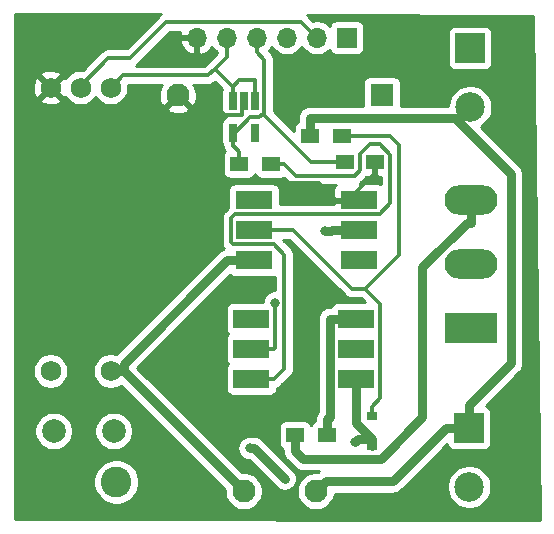
<source format=gbl>
G04 #@! TF.GenerationSoftware,KiCad,Pcbnew,5.1.7-a382d34a8~88~ubuntu18.04.1*
G04 #@! TF.CreationDate,2021-08-09T13:16:33+05:30*
G04 #@! TF.ProjectId,BackEnd_HeavyDevice_v3,4261636b-456e-4645-9f48-656176794465,rev?*
G04 #@! TF.SameCoordinates,Original*
G04 #@! TF.FileFunction,Copper,L2,Bot*
G04 #@! TF.FilePolarity,Positive*
%FSLAX46Y46*%
G04 Gerber Fmt 4.6, Leading zero omitted, Abs format (unit mm)*
G04 Created by KiCad (PCBNEW 5.1.7-a382d34a8~88~ubuntu18.04.1) date 2021-08-09 13:16:33*
%MOMM*%
%LPD*%
G01*
G04 APERTURE LIST*
G04 #@! TA.AperFunction,ComponentPad*
%ADD10C,2.600000*%
G04 #@! TD*
G04 #@! TA.AperFunction,SMDPad,CuDef*
%ADD11R,0.900000X0.800000*%
G04 #@! TD*
G04 #@! TA.AperFunction,ComponentPad*
%ADD12C,1.750000*%
G04 #@! TD*
G04 #@! TA.AperFunction,ComponentPad*
%ADD13C,1.950000*%
G04 #@! TD*
G04 #@! TA.AperFunction,ComponentPad*
%ADD14R,1.950000X1.950000*%
G04 #@! TD*
G04 #@! TA.AperFunction,SMDPad,CuDef*
%ADD15R,1.500000X1.250000*%
G04 #@! TD*
G04 #@! TA.AperFunction,ComponentPad*
%ADD16C,2.000000*%
G04 #@! TD*
G04 #@! TA.AperFunction,ComponentPad*
%ADD17C,2.500000*%
G04 #@! TD*
G04 #@! TA.AperFunction,ComponentPad*
%ADD18R,2.500000X2.500000*%
G04 #@! TD*
G04 #@! TA.AperFunction,ComponentPad*
%ADD19O,4.500000X2.500000*%
G04 #@! TD*
G04 #@! TA.AperFunction,ComponentPad*
%ADD20R,4.500000X2.500000*%
G04 #@! TD*
G04 #@! TA.AperFunction,SMDPad,CuDef*
%ADD21R,1.500000X1.300000*%
G04 #@! TD*
G04 #@! TA.AperFunction,SMDPad,CuDef*
%ADD22R,3.100000X1.600000*%
G04 #@! TD*
G04 #@! TA.AperFunction,SMDPad,CuDef*
%ADD23R,0.650000X1.560000*%
G04 #@! TD*
G04 #@! TA.AperFunction,ComponentPad*
%ADD24R,1.700000X1.700000*%
G04 #@! TD*
G04 #@! TA.AperFunction,ComponentPad*
%ADD25O,1.700000X1.700000*%
G04 #@! TD*
G04 #@! TA.AperFunction,ViaPad*
%ADD26C,0.800000*%
G04 #@! TD*
G04 #@! TA.AperFunction,Conductor*
%ADD27C,0.350000*%
G04 #@! TD*
G04 #@! TA.AperFunction,Conductor*
%ADD28C,0.800000*%
G04 #@! TD*
G04 #@! TA.AperFunction,Conductor*
%ADD29C,0.254000*%
G04 #@! TD*
G04 #@! TA.AperFunction,Conductor*
%ADD30C,0.100000*%
G04 #@! TD*
G04 APERTURE END LIST*
D10*
X116500000Y-132400000D03*
D11*
X138136000Y-129344000D03*
X138136000Y-126804000D03*
D12*
X110934000Y-99019000D03*
X116014000Y-99019000D03*
X113474000Y-99019000D03*
X110934000Y-123019000D03*
X116014000Y-123019000D03*
D13*
X133383000Y-133195000D03*
X121699000Y-99667000D03*
X127287000Y-133195000D03*
D14*
X138971000Y-99667000D03*
D15*
X135884000Y-105357000D03*
X138384000Y-105357000D03*
D16*
X111201200Y-128089820D03*
X116281200Y-128099820D03*
D17*
X146375000Y-132831000D03*
D18*
X146375000Y-127831000D03*
X146459000Y-95676700D03*
D17*
X146459000Y-100676700D03*
D19*
X146515000Y-108500000D03*
X146515000Y-113950000D03*
D20*
X146515000Y-119400000D03*
D21*
X135611000Y-103152000D03*
X132911000Y-103152000D03*
X126909000Y-105474000D03*
X129609000Y-105474000D03*
X131646000Y-128468000D03*
X134346000Y-128468000D03*
D22*
X128156000Y-113629000D03*
X137046000Y-108549000D03*
X128156000Y-111089000D03*
X137046000Y-111089000D03*
X128156000Y-108549000D03*
X137046000Y-113629000D03*
D23*
X126357000Y-102824000D03*
X128257000Y-102824000D03*
X128257000Y-100124000D03*
X127307000Y-100124000D03*
X126357000Y-100124000D03*
D22*
X136835000Y-123670000D03*
X127945000Y-118590000D03*
X136835000Y-121130000D03*
X127945000Y-121130000D03*
X136835000Y-118590000D03*
X127945000Y-123670000D03*
D24*
X136011000Y-94800400D03*
D25*
X133471000Y-94800400D03*
X130931000Y-94800400D03*
X128391000Y-94800400D03*
X125851000Y-94800400D03*
X123311000Y-94800400D03*
D26*
X134128500Y-111197500D03*
X136735820Y-129021840D03*
X129932000Y-117230900D03*
X127787400Y-129552700D03*
X130751580Y-132118100D03*
D27*
X124826100Y-97437800D02*
X126357000Y-98968700D01*
X124826100Y-97437800D02*
X125851000Y-96412900D01*
X125851000Y-96412900D02*
X125851000Y-96025700D01*
X126357000Y-100124000D02*
X126357000Y-98968700D01*
X125851000Y-94800400D02*
X125851000Y-96025700D01*
X126918480Y-98407220D02*
X126357000Y-98968700D01*
X128257000Y-100124000D02*
X128257000Y-98407220D01*
X128257000Y-98407220D02*
X126918480Y-98407220D01*
X124275780Y-97988120D02*
X124826100Y-97437800D01*
X116014000Y-99019000D02*
X117044880Y-97988120D01*
X117044880Y-97988120D02*
X124275780Y-97988120D01*
X138384000Y-105357000D02*
X138384000Y-106357300D01*
X136083400Y-108549000D02*
X138275100Y-106357300D01*
X138275100Y-106357300D02*
X138384000Y-106357300D01*
X137046000Y-108549000D02*
X136083400Y-108549000D01*
X121699000Y-99667000D02*
X123311300Y-101279300D01*
X123311300Y-101279300D02*
X125591100Y-101279300D01*
X125077220Y-101793180D02*
X125591100Y-101279300D01*
X125077220Y-106169460D02*
X125077220Y-101793180D01*
X126009400Y-107101640D02*
X125077220Y-106169460D01*
X133673340Y-107101640D02*
X126009400Y-107101640D01*
X136083400Y-108549000D02*
X135120700Y-108549000D01*
X135120700Y-108549000D02*
X133673340Y-107101640D01*
X127116840Y-100314160D02*
X127307000Y-100124000D01*
X127116840Y-101323140D02*
X127116840Y-100314160D01*
X125591100Y-101279300D02*
X125634940Y-101323140D01*
X125634940Y-101323140D02*
X127116840Y-101323140D01*
X120360360Y-101005640D02*
X121699000Y-99667000D01*
X110934000Y-99019000D02*
X112920640Y-101005640D01*
X112920640Y-101005640D02*
X120360360Y-101005640D01*
X128901600Y-101248400D02*
X133010200Y-105357000D01*
X133010200Y-105357000D02*
X135884000Y-105357000D01*
X128391000Y-96025700D02*
X129012500Y-96647200D01*
X129012500Y-96647200D02*
X129012500Y-101137500D01*
X129012500Y-101137500D02*
X128901600Y-101248400D01*
X128391000Y-94800400D02*
X128391000Y-96025700D01*
X126909000Y-105474000D02*
X126909000Y-104448700D01*
X126357000Y-102824000D02*
X126357000Y-103979300D01*
X126357000Y-103979300D02*
X126439600Y-103979300D01*
X126439600Y-103979300D02*
X126909000Y-104448700D01*
X126583973Y-102824000D02*
X126357000Y-102824000D01*
X128901600Y-101248400D02*
X128599038Y-101550962D01*
X128599038Y-101550962D02*
X127857011Y-101550962D01*
X127857011Y-101550962D02*
X126583973Y-102824000D01*
X128156000Y-111089000D02*
X131480800Y-111089000D01*
X131480800Y-111089000D02*
X136451300Y-116059500D01*
X136451300Y-116059500D02*
X137587600Y-116059500D01*
X137587600Y-116059500D02*
X138860400Y-117332300D01*
X138860400Y-117332300D02*
X138860400Y-125304300D01*
X138860400Y-125304300D02*
X138136000Y-126028700D01*
X138136000Y-126804000D02*
X138136000Y-126028700D01*
X139679740Y-103152000D02*
X135611000Y-103152000D01*
X140428980Y-103901240D02*
X139679740Y-103152000D01*
X137587600Y-116059500D02*
X140428980Y-113218120D01*
X140428980Y-113218120D02*
X140428980Y-103901240D01*
D28*
X145334000Y-101801700D02*
X146459000Y-100676700D01*
X145139920Y-101607620D02*
X145334000Y-101801700D01*
X132911000Y-103152000D02*
X132911000Y-101607620D01*
X132911000Y-101607620D02*
X145139920Y-101607620D01*
X134226220Y-132351780D02*
X133383000Y-133195000D01*
X139903920Y-132351780D02*
X134226220Y-132351780D01*
X146375000Y-127831000D02*
X144424700Y-127831000D01*
X144424700Y-127831000D02*
X139903920Y-132351780D01*
X149885400Y-122370300D02*
X146375000Y-125880700D01*
X146375000Y-125880700D02*
X146375000Y-127831000D01*
X145334000Y-101801700D02*
X149885400Y-106353100D01*
X149885400Y-106353100D02*
X149885400Y-122370300D01*
X137046000Y-111089000D02*
X134795700Y-111089000D01*
X134128500Y-111197500D02*
X134687200Y-111197500D01*
X134687200Y-111197500D02*
X134795700Y-111089000D01*
D27*
X115831620Y-96497140D02*
X113474000Y-98854760D01*
X120708420Y-93487240D02*
X117698520Y-96497140D01*
X132157840Y-93487240D02*
X131578842Y-93487240D01*
X133471000Y-94800400D02*
X132157840Y-93487240D01*
X113474000Y-98854760D02*
X113474000Y-99019000D01*
X131578842Y-93487240D02*
X131567001Y-93475399D01*
X130283158Y-93487240D02*
X120708420Y-93487240D01*
X117698520Y-96497140D02*
X115831620Y-96497140D01*
X131567001Y-93475399D02*
X130294999Y-93475399D01*
X130294999Y-93475399D02*
X130283158Y-93487240D01*
X129870300Y-121130000D02*
X129970400Y-121029900D01*
X129970400Y-121029900D02*
X129970400Y-117269300D01*
X129970400Y-117269300D02*
X129932000Y-117230900D01*
X127945000Y-121130000D02*
X129870300Y-121130000D01*
D28*
X146515000Y-108500000D02*
X146515000Y-110450300D01*
X131646000Y-128468000D02*
X131646000Y-129818300D01*
X131646000Y-129818300D02*
X132272100Y-130444400D01*
X132272100Y-130444400D02*
X138876100Y-130444400D01*
X138876100Y-130444400D02*
X142384600Y-126935900D01*
X142384600Y-126935900D02*
X142384600Y-114241700D01*
X142384600Y-114241700D02*
X146176000Y-110450300D01*
X146176000Y-110450300D02*
X146515000Y-110450300D01*
D27*
X130709000Y-105474000D02*
X129609000Y-105474000D01*
X131709000Y-106474000D02*
X130709000Y-105474000D01*
X126558600Y-109724400D02*
X138798800Y-109724400D01*
X129832800Y-112264400D02*
X126360300Y-112264400D01*
X130720500Y-113152100D02*
X129832800Y-112264400D01*
X130720500Y-122819800D02*
X130720500Y-113152100D01*
X139692380Y-108830820D02*
X139692380Y-104685912D01*
X138823888Y-103817420D02*
X138007380Y-103817420D01*
X136672800Y-106474000D02*
X131709000Y-106474000D01*
X127945000Y-123670000D02*
X129870300Y-123670000D01*
X126230600Y-112134700D02*
X126230600Y-110052400D01*
X138798800Y-109724400D02*
X139692380Y-108830820D01*
X126230600Y-110052400D02*
X126558600Y-109724400D01*
X126360300Y-112264400D02*
X126230600Y-112134700D01*
X139692380Y-104685912D02*
X138823888Y-103817420D01*
X137170160Y-105976640D02*
X136672800Y-106474000D01*
X138007380Y-103817420D02*
X137170160Y-104654640D01*
X137170160Y-104654640D02*
X137170160Y-105976640D01*
X129870300Y-123670000D02*
X130720500Y-122819800D01*
D28*
X134346000Y-128468000D02*
X134346000Y-127117700D01*
X136835000Y-118590000D02*
X134584700Y-118590000D01*
X134584700Y-118590000D02*
X134584700Y-126879000D01*
X134584700Y-126879000D02*
X134346000Y-127117700D01*
X136835000Y-123670000D02*
X136835000Y-127454900D01*
X136835000Y-127454900D02*
X138136000Y-128755900D01*
X138136000Y-129344000D02*
X138136000Y-128755900D01*
X117111000Y-123019000D02*
X116014000Y-123019000D01*
X127287000Y-133195000D02*
X117111000Y-123019000D01*
X117111000Y-123019000D02*
X117111000Y-122423700D01*
X117111000Y-122423700D02*
X125905700Y-113629000D01*
X128156000Y-113629000D02*
X125905700Y-113629000D01*
X137001760Y-128755900D02*
X136735820Y-129021840D01*
X138136000Y-128755900D02*
X137001760Y-128755900D01*
X128186180Y-129552700D02*
X130751580Y-132118100D01*
X127787400Y-129552700D02*
X128186180Y-129552700D01*
D29*
X120276608Y-92799600D02*
X120256231Y-92810491D01*
X120132892Y-92911712D01*
X120107527Y-92942620D01*
X117363008Y-95687140D01*
X115871407Y-95687140D01*
X115831619Y-95683221D01*
X115791831Y-95687140D01*
X115791829Y-95687140D01*
X115672832Y-95698860D01*
X115520147Y-95745177D01*
X115516677Y-95747032D01*
X115379430Y-95820391D01*
X115363724Y-95833281D01*
X115256092Y-95921612D01*
X115230727Y-95952520D01*
X113665699Y-97517549D01*
X113622722Y-97509000D01*
X113325278Y-97509000D01*
X113033549Y-97567029D01*
X112758747Y-97680856D01*
X112511431Y-97846107D01*
X112301107Y-98056431D01*
X112191712Y-98220153D01*
X111980240Y-98152365D01*
X111113605Y-99019000D01*
X111980240Y-99885635D01*
X112191712Y-99817847D01*
X112301107Y-99981569D01*
X112511431Y-100191893D01*
X112758747Y-100357144D01*
X113033549Y-100470971D01*
X113325278Y-100529000D01*
X113622722Y-100529000D01*
X113914451Y-100470971D01*
X114189253Y-100357144D01*
X114436569Y-100191893D01*
X114646893Y-99981569D01*
X114744000Y-99836238D01*
X114841107Y-99981569D01*
X115051431Y-100191893D01*
X115298747Y-100357144D01*
X115573549Y-100470971D01*
X115865278Y-100529000D01*
X116162722Y-100529000D01*
X116454451Y-100470971D01*
X116729253Y-100357144D01*
X116976569Y-100191893D01*
X117186893Y-99981569D01*
X117352144Y-99734253D01*
X117465971Y-99459451D01*
X117524000Y-99167722D01*
X117524000Y-98870278D01*
X117509647Y-98798120D01*
X120386330Y-98798120D01*
X120319571Y-98821766D01*
X120181180Y-99107120D01*
X120101117Y-99413990D01*
X120082460Y-99730584D01*
X120125926Y-100044733D01*
X120229844Y-100344367D01*
X120319571Y-100512234D01*
X120581416Y-100604979D01*
X121519395Y-99667000D01*
X121505253Y-99652858D01*
X121684858Y-99473253D01*
X121699000Y-99487395D01*
X121713143Y-99473253D01*
X121892748Y-99652858D01*
X121878605Y-99667000D01*
X122816584Y-100604979D01*
X123078429Y-100512234D01*
X123216820Y-100226880D01*
X123296883Y-99920010D01*
X123315540Y-99603416D01*
X123272074Y-99289267D01*
X123168156Y-98989633D01*
X123078429Y-98821766D01*
X123011670Y-98798120D01*
X124235992Y-98798120D01*
X124275780Y-98802039D01*
X124315568Y-98798120D01*
X124315571Y-98798120D01*
X124434568Y-98786400D01*
X124587253Y-98740083D01*
X124727969Y-98664869D01*
X124826662Y-98583874D01*
X125419249Y-99176462D01*
X125406188Y-99219518D01*
X125393928Y-99344000D01*
X125393928Y-100904000D01*
X125406188Y-101028482D01*
X125442498Y-101148180D01*
X125501463Y-101258494D01*
X125580815Y-101355185D01*
X125677506Y-101434537D01*
X125751335Y-101474000D01*
X125677506Y-101513463D01*
X125580815Y-101592815D01*
X125501463Y-101689506D01*
X125442498Y-101799820D01*
X125406188Y-101919518D01*
X125393928Y-102044000D01*
X125393928Y-103604000D01*
X125406188Y-103728482D01*
X125442498Y-103848180D01*
X125501463Y-103958494D01*
X125546428Y-104013284D01*
X125558720Y-104138088D01*
X125605037Y-104290773D01*
X125672131Y-104416297D01*
X125628463Y-104469506D01*
X125569498Y-104579820D01*
X125533188Y-104699518D01*
X125520928Y-104824000D01*
X125520928Y-106124000D01*
X125533188Y-106248482D01*
X125569498Y-106368180D01*
X125628463Y-106478494D01*
X125707815Y-106575185D01*
X125804506Y-106654537D01*
X125914820Y-106713502D01*
X126034518Y-106749812D01*
X126159000Y-106762072D01*
X127659000Y-106762072D01*
X127783482Y-106749812D01*
X127903180Y-106713502D01*
X128013494Y-106654537D01*
X128110185Y-106575185D01*
X128189537Y-106478494D01*
X128248502Y-106368180D01*
X128259000Y-106333573D01*
X128269498Y-106368180D01*
X128328463Y-106478494D01*
X128407815Y-106575185D01*
X128504506Y-106654537D01*
X128614820Y-106713502D01*
X128734518Y-106749812D01*
X128859000Y-106762072D01*
X130359000Y-106762072D01*
X130483482Y-106749812D01*
X130603180Y-106713502D01*
X130713494Y-106654537D01*
X130730263Y-106640775D01*
X131108105Y-107018618D01*
X131133472Y-107049528D01*
X131164380Y-107074893D01*
X131256811Y-107150749D01*
X131397526Y-107225963D01*
X131550212Y-107272280D01*
X131709000Y-107287919D01*
X131748791Y-107284000D01*
X135061649Y-107284000D01*
X135044815Y-107297815D01*
X134965463Y-107394506D01*
X134906498Y-107504820D01*
X134870188Y-107624518D01*
X134857928Y-107749000D01*
X134861000Y-108263250D01*
X135019750Y-108422000D01*
X136919000Y-108422000D01*
X136919000Y-108402000D01*
X137173000Y-108402000D01*
X137173000Y-108422000D01*
X137193000Y-108422000D01*
X137193000Y-108676000D01*
X137173000Y-108676000D01*
X137173000Y-108696000D01*
X136919000Y-108696000D01*
X136919000Y-108676000D01*
X135019750Y-108676000D01*
X134861000Y-108834750D01*
X134860524Y-108914400D01*
X130344072Y-108914400D01*
X130344072Y-107749000D01*
X130331812Y-107624518D01*
X130295502Y-107504820D01*
X130236537Y-107394506D01*
X130157185Y-107297815D01*
X130060494Y-107218463D01*
X129950180Y-107159498D01*
X129830482Y-107123188D01*
X129706000Y-107110928D01*
X126606000Y-107110928D01*
X126481518Y-107123188D01*
X126361820Y-107159498D01*
X126251506Y-107218463D01*
X126154815Y-107297815D01*
X126075463Y-107394506D01*
X126016498Y-107504820D01*
X125980188Y-107624518D01*
X125967928Y-107749000D01*
X125967928Y-109167325D01*
X125957700Y-109179788D01*
X125685983Y-109451505D01*
X125655073Y-109476872D01*
X125629708Y-109507780D01*
X125553851Y-109600211D01*
X125492547Y-109714905D01*
X125478638Y-109740927D01*
X125435484Y-109883187D01*
X125432321Y-109893613D01*
X125416681Y-110052400D01*
X125420601Y-110092198D01*
X125420600Y-112094912D01*
X125416681Y-112134700D01*
X125420600Y-112174488D01*
X125420600Y-112174490D01*
X125432320Y-112293487D01*
X125478637Y-112446172D01*
X125495918Y-112478502D01*
X125553851Y-112586889D01*
X125578750Y-112617228D01*
X125598055Y-112640752D01*
X125507707Y-112668159D01*
X125448305Y-112699910D01*
X125327902Y-112764266D01*
X125209792Y-112861197D01*
X125170304Y-112893604D01*
X125137897Y-112933092D01*
X116489460Y-121581530D01*
X116454451Y-121567029D01*
X116162722Y-121509000D01*
X115865278Y-121509000D01*
X115573549Y-121567029D01*
X115298747Y-121680856D01*
X115051431Y-121846107D01*
X114841107Y-122056431D01*
X114675856Y-122303747D01*
X114562029Y-122578549D01*
X114504000Y-122870278D01*
X114504000Y-123167722D01*
X114562029Y-123459451D01*
X114675856Y-123734253D01*
X114841107Y-123981569D01*
X115051431Y-124191893D01*
X115298747Y-124357144D01*
X115573549Y-124470971D01*
X115865278Y-124529000D01*
X116162722Y-124529000D01*
X116454451Y-124470971D01*
X116729253Y-124357144D01*
X116882822Y-124254532D01*
X125677000Y-133048711D01*
X125677000Y-133353571D01*
X125738871Y-133664620D01*
X125860237Y-133957621D01*
X126036431Y-134221315D01*
X126260685Y-134445569D01*
X126524379Y-134621763D01*
X126817380Y-134743129D01*
X127128429Y-134805000D01*
X127445571Y-134805000D01*
X127756620Y-134743129D01*
X128049621Y-134621763D01*
X128313315Y-134445569D01*
X128537569Y-134221315D01*
X128713763Y-133957621D01*
X128835129Y-133664620D01*
X128897000Y-133353571D01*
X128897000Y-133036429D01*
X128835129Y-132725380D01*
X128713763Y-132432379D01*
X128537569Y-132168685D01*
X128313315Y-131944431D01*
X128049621Y-131768237D01*
X127756620Y-131646871D01*
X127445571Y-131585000D01*
X127140711Y-131585000D01*
X125108411Y-129552700D01*
X126747393Y-129552700D01*
X126752400Y-129603538D01*
X126752400Y-129654639D01*
X126762369Y-129704757D01*
X126767376Y-129755595D01*
X126782204Y-129804477D01*
X126792174Y-129854598D01*
X126811731Y-129901813D01*
X126826559Y-129950693D01*
X126850638Y-129995742D01*
X126870195Y-130042956D01*
X126898586Y-130085446D01*
X126922666Y-130130497D01*
X126955072Y-130169984D01*
X126983463Y-130212474D01*
X127019596Y-130248607D01*
X127052004Y-130288096D01*
X127091492Y-130320503D01*
X127127626Y-130356637D01*
X127170116Y-130385028D01*
X127209603Y-130417434D01*
X127254654Y-130441514D01*
X127297144Y-130469905D01*
X127344358Y-130489462D01*
X127389407Y-130513541D01*
X127438287Y-130528369D01*
X127485502Y-130547926D01*
X127535623Y-130557896D01*
X127584505Y-130572724D01*
X127635343Y-130577731D01*
X127685461Y-130587700D01*
X127757470Y-130587700D01*
X129947643Y-132777874D01*
X130091806Y-132922037D01*
X130134296Y-132950428D01*
X130173782Y-132982833D01*
X130218831Y-133006912D01*
X130261324Y-133035305D01*
X130308541Y-133054863D01*
X130353586Y-133078940D01*
X130402461Y-133093766D01*
X130449682Y-133113326D01*
X130499809Y-133123297D01*
X130548684Y-133138123D01*
X130599514Y-133143129D01*
X130649641Y-133153100D01*
X130700751Y-133153100D01*
X130751579Y-133158106D01*
X130802407Y-133153100D01*
X130853519Y-133153100D01*
X130903648Y-133143129D01*
X130954474Y-133138123D01*
X131003346Y-133123298D01*
X131053478Y-133113326D01*
X131100703Y-133093765D01*
X131149573Y-133078940D01*
X131194614Y-133054865D01*
X131241836Y-133035305D01*
X131284333Y-133006909D01*
X131329377Y-132982833D01*
X131368857Y-132950433D01*
X131411354Y-132922037D01*
X131447497Y-132885894D01*
X131486975Y-132853495D01*
X131519374Y-132814017D01*
X131555517Y-132777874D01*
X131583913Y-132735377D01*
X131616313Y-132695897D01*
X131640389Y-132650853D01*
X131668785Y-132608356D01*
X131688345Y-132561134D01*
X131712420Y-132516093D01*
X131727245Y-132467223D01*
X131746806Y-132419998D01*
X131756778Y-132369866D01*
X131771603Y-132320994D01*
X131776609Y-132270168D01*
X131786580Y-132220039D01*
X131786580Y-132168927D01*
X131791586Y-132118099D01*
X131786580Y-132067271D01*
X131786580Y-132016161D01*
X131776609Y-131966034D01*
X131771603Y-131915204D01*
X131756777Y-131866329D01*
X131746806Y-131816202D01*
X131727246Y-131768981D01*
X131712420Y-131720106D01*
X131688343Y-131675061D01*
X131668785Y-131627844D01*
X131640392Y-131585351D01*
X131616313Y-131540302D01*
X131583908Y-131500816D01*
X131555517Y-131458326D01*
X131411354Y-131314163D01*
X128953987Y-128856797D01*
X128921576Y-128817304D01*
X128763977Y-128687966D01*
X128584173Y-128591859D01*
X128389075Y-128532676D01*
X128237018Y-128517700D01*
X128237008Y-128517700D01*
X128186180Y-128512694D01*
X128135352Y-128517700D01*
X127685461Y-128517700D01*
X127635343Y-128527669D01*
X127584505Y-128532676D01*
X127535623Y-128547504D01*
X127485502Y-128557474D01*
X127438287Y-128577031D01*
X127389407Y-128591859D01*
X127344358Y-128615938D01*
X127297144Y-128635495D01*
X127254654Y-128663886D01*
X127209603Y-128687966D01*
X127170116Y-128720372D01*
X127127626Y-128748763D01*
X127091492Y-128784897D01*
X127052004Y-128817304D01*
X127019597Y-128856792D01*
X126983463Y-128892926D01*
X126955072Y-128935416D01*
X126922666Y-128974903D01*
X126898586Y-129019954D01*
X126870195Y-129062444D01*
X126850638Y-129109658D01*
X126826559Y-129154707D01*
X126811731Y-129203587D01*
X126792174Y-129250802D01*
X126782204Y-129300923D01*
X126767376Y-129349805D01*
X126762369Y-129400643D01*
X126752400Y-129450761D01*
X126752400Y-129501862D01*
X126747393Y-129552700D01*
X125108411Y-129552700D01*
X118277060Y-122721350D01*
X126138322Y-114860089D01*
X126154815Y-114880185D01*
X126251506Y-114959537D01*
X126361820Y-115018502D01*
X126481518Y-115054812D01*
X126606000Y-115067072D01*
X129706000Y-115067072D01*
X129830482Y-115054812D01*
X129910501Y-115030539D01*
X129910501Y-116195900D01*
X129830061Y-116195900D01*
X129630102Y-116235674D01*
X129441744Y-116313695D01*
X129272226Y-116426963D01*
X129128063Y-116571126D01*
X129014795Y-116740644D01*
X128936774Y-116929002D01*
X128897000Y-117128961D01*
X128897000Y-117151928D01*
X126395000Y-117151928D01*
X126270518Y-117164188D01*
X126150820Y-117200498D01*
X126040506Y-117259463D01*
X125943815Y-117338815D01*
X125864463Y-117435506D01*
X125805498Y-117545820D01*
X125769188Y-117665518D01*
X125756928Y-117790000D01*
X125756928Y-119390000D01*
X125769188Y-119514482D01*
X125805498Y-119634180D01*
X125864463Y-119744494D01*
X125943815Y-119841185D01*
X125966741Y-119860000D01*
X125943815Y-119878815D01*
X125864463Y-119975506D01*
X125805498Y-120085820D01*
X125769188Y-120205518D01*
X125756928Y-120330000D01*
X125756928Y-121930000D01*
X125769188Y-122054482D01*
X125805498Y-122174180D01*
X125864463Y-122284494D01*
X125943815Y-122381185D01*
X125966741Y-122400000D01*
X125943815Y-122418815D01*
X125864463Y-122515506D01*
X125805498Y-122625820D01*
X125769188Y-122745518D01*
X125756928Y-122870000D01*
X125756928Y-124470000D01*
X125769188Y-124594482D01*
X125805498Y-124714180D01*
X125864463Y-124824494D01*
X125943815Y-124921185D01*
X126040506Y-125000537D01*
X126150820Y-125059502D01*
X126270518Y-125095812D01*
X126395000Y-125108072D01*
X129495000Y-125108072D01*
X129619482Y-125095812D01*
X129739180Y-125059502D01*
X129849494Y-125000537D01*
X129946185Y-124921185D01*
X130025537Y-124824494D01*
X130084502Y-124714180D01*
X130120812Y-124594482D01*
X130133072Y-124470000D01*
X130133072Y-124436736D01*
X130181773Y-124421963D01*
X130322489Y-124346749D01*
X130445828Y-124245528D01*
X130471199Y-124214613D01*
X131265119Y-123420694D01*
X131296028Y-123395328D01*
X131351619Y-123327590D01*
X131397249Y-123271990D01*
X131437451Y-123196776D01*
X131472463Y-123131273D01*
X131518780Y-122978588D01*
X131530500Y-122859591D01*
X131530500Y-122859589D01*
X131534419Y-122819801D01*
X131530500Y-122780013D01*
X131530500Y-113191887D01*
X131534419Y-113152099D01*
X131525612Y-113062680D01*
X131518780Y-112993312D01*
X131472463Y-112840627D01*
X131402764Y-112710228D01*
X131397249Y-112699910D01*
X131323999Y-112610655D01*
X131296028Y-112576572D01*
X131265118Y-112551205D01*
X130612912Y-111899000D01*
X131145288Y-111899000D01*
X135850405Y-116604118D01*
X135875772Y-116635028D01*
X135985015Y-116724681D01*
X135999111Y-116736249D01*
X136139826Y-116811463D01*
X136292512Y-116857780D01*
X136451300Y-116873419D01*
X136491091Y-116869500D01*
X137252088Y-116869500D01*
X137534516Y-117151928D01*
X135285000Y-117151928D01*
X135160518Y-117164188D01*
X135040820Y-117200498D01*
X134930506Y-117259463D01*
X134833815Y-117338815D01*
X134754463Y-117435506D01*
X134695498Y-117545820D01*
X134692713Y-117555000D01*
X134635538Y-117555000D01*
X134584700Y-117549993D01*
X134533862Y-117555000D01*
X134381805Y-117569976D01*
X134186707Y-117629159D01*
X134006903Y-117725266D01*
X133849304Y-117854604D01*
X133719966Y-118012203D01*
X133623859Y-118192007D01*
X133564676Y-118387105D01*
X133544693Y-118590000D01*
X133549700Y-118640838D01*
X133549701Y-126456515D01*
X133481266Y-126539903D01*
X133385160Y-126719707D01*
X133325977Y-126914805D01*
X133305994Y-127117700D01*
X133311001Y-127168537D01*
X133311001Y-127250317D01*
X133241506Y-127287463D01*
X133144815Y-127366815D01*
X133065463Y-127463506D01*
X133006498Y-127573820D01*
X132996000Y-127608427D01*
X132985502Y-127573820D01*
X132926537Y-127463506D01*
X132847185Y-127366815D01*
X132750494Y-127287463D01*
X132640180Y-127228498D01*
X132520482Y-127192188D01*
X132396000Y-127179928D01*
X130896000Y-127179928D01*
X130771518Y-127192188D01*
X130651820Y-127228498D01*
X130541506Y-127287463D01*
X130444815Y-127366815D01*
X130365463Y-127463506D01*
X130306498Y-127573820D01*
X130270188Y-127693518D01*
X130257928Y-127818000D01*
X130257928Y-129118000D01*
X130270188Y-129242482D01*
X130306498Y-129362180D01*
X130365463Y-129472494D01*
X130444815Y-129569185D01*
X130541506Y-129648537D01*
X130611001Y-129685683D01*
X130611001Y-129767463D01*
X130605994Y-129818300D01*
X130625977Y-130021195D01*
X130685160Y-130216293D01*
X130781266Y-130396097D01*
X130878197Y-130514207D01*
X130910605Y-130553696D01*
X130950093Y-130586103D01*
X131504293Y-131140303D01*
X131536704Y-131179796D01*
X131632413Y-131258342D01*
X131694302Y-131309134D01*
X131790409Y-131360504D01*
X131874107Y-131405241D01*
X132069205Y-131464424D01*
X132221262Y-131479400D01*
X132221271Y-131479400D01*
X132272099Y-131484406D01*
X132322927Y-131479400D01*
X133662727Y-131479400D01*
X133648422Y-131487046D01*
X133583530Y-131540302D01*
X133529066Y-131585000D01*
X133224429Y-131585000D01*
X132913380Y-131646871D01*
X132620379Y-131768237D01*
X132356685Y-131944431D01*
X132132431Y-132168685D01*
X131956237Y-132432379D01*
X131834871Y-132725380D01*
X131773000Y-133036429D01*
X131773000Y-133353571D01*
X131834871Y-133664620D01*
X131956237Y-133957621D01*
X132132431Y-134221315D01*
X132356685Y-134445569D01*
X132620379Y-134621763D01*
X132913380Y-134743129D01*
X133224429Y-134805000D01*
X133541571Y-134805000D01*
X133852620Y-134743129D01*
X134145621Y-134621763D01*
X134409315Y-134445569D01*
X134633569Y-134221315D01*
X134809763Y-133957621D01*
X134931129Y-133664620D01*
X134986394Y-133386780D01*
X139853092Y-133386780D01*
X139903920Y-133391786D01*
X139954748Y-133386780D01*
X139954758Y-133386780D01*
X140106815Y-133371804D01*
X140301913Y-133312621D01*
X140481717Y-133216514D01*
X140639316Y-133087176D01*
X140671727Y-133047683D01*
X141074066Y-132645344D01*
X144490000Y-132645344D01*
X144490000Y-133016656D01*
X144562439Y-133380834D01*
X144704534Y-133723882D01*
X144910825Y-134032618D01*
X145173382Y-134295175D01*
X145482118Y-134501466D01*
X145825166Y-134643561D01*
X146189344Y-134716000D01*
X146560656Y-134716000D01*
X146924834Y-134643561D01*
X147267882Y-134501466D01*
X147576618Y-134295175D01*
X147839175Y-134032618D01*
X148045466Y-133723882D01*
X148187561Y-133380834D01*
X148260000Y-133016656D01*
X148260000Y-132645344D01*
X148187561Y-132281166D01*
X148045466Y-131938118D01*
X147839175Y-131629382D01*
X147576618Y-131366825D01*
X147267882Y-131160534D01*
X146924834Y-131018439D01*
X146560656Y-130946000D01*
X146189344Y-130946000D01*
X145825166Y-131018439D01*
X145482118Y-131160534D01*
X145173382Y-131366825D01*
X144910825Y-131629382D01*
X144704534Y-131938118D01*
X144562439Y-132281166D01*
X144490000Y-132645344D01*
X141074066Y-132645344D01*
X144502619Y-129216792D01*
X144535498Y-129325180D01*
X144594463Y-129435494D01*
X144673815Y-129532185D01*
X144770506Y-129611537D01*
X144880820Y-129670502D01*
X145000518Y-129706812D01*
X145125000Y-129719072D01*
X147625000Y-129719072D01*
X147749482Y-129706812D01*
X147869180Y-129670502D01*
X147979494Y-129611537D01*
X148076185Y-129532185D01*
X148155537Y-129435494D01*
X148214502Y-129325180D01*
X148250812Y-129205482D01*
X148263072Y-129081000D01*
X148263072Y-126581000D01*
X148250812Y-126456518D01*
X148214502Y-126336820D01*
X148155537Y-126226506D01*
X148076185Y-126129815D01*
X147979494Y-126050463D01*
X147869180Y-125991498D01*
X147760791Y-125958619D01*
X150581308Y-123138103D01*
X150620796Y-123105696D01*
X150653203Y-123066208D01*
X150750134Y-122948098D01*
X150820685Y-122816105D01*
X150846241Y-122768293D01*
X150905424Y-122573195D01*
X150920400Y-122421138D01*
X150920400Y-122421129D01*
X150925406Y-122370301D01*
X150920400Y-122319473D01*
X150920400Y-106403935D01*
X150925407Y-106353100D01*
X150920400Y-106302262D01*
X150905424Y-106150205D01*
X150854399Y-105982000D01*
X150846241Y-105955106D01*
X150750134Y-105775302D01*
X150653203Y-105657192D01*
X150620796Y-105617704D01*
X150581308Y-105585297D01*
X147345726Y-102349716D01*
X147351882Y-102347166D01*
X147660618Y-102140875D01*
X147923175Y-101878318D01*
X148129466Y-101569582D01*
X148271561Y-101226534D01*
X148344000Y-100862356D01*
X148344000Y-100491044D01*
X148271561Y-100126866D01*
X148129466Y-99783818D01*
X147923175Y-99475082D01*
X147660618Y-99212525D01*
X147351882Y-99006234D01*
X147008834Y-98864139D01*
X146644656Y-98791700D01*
X146273344Y-98791700D01*
X145909166Y-98864139D01*
X145566118Y-99006234D01*
X145257382Y-99212525D01*
X144994825Y-99475082D01*
X144788534Y-99783818D01*
X144646439Y-100126866D01*
X144574000Y-100491044D01*
X144574000Y-100572620D01*
X140584072Y-100572620D01*
X140584072Y-98692000D01*
X140571812Y-98567518D01*
X140535502Y-98447820D01*
X140476537Y-98337506D01*
X140397185Y-98240815D01*
X140300494Y-98161463D01*
X140190180Y-98102498D01*
X140070482Y-98066188D01*
X139946000Y-98053928D01*
X137996000Y-98053928D01*
X137871518Y-98066188D01*
X137751820Y-98102498D01*
X137641506Y-98161463D01*
X137544815Y-98240815D01*
X137465463Y-98337506D01*
X137406498Y-98447820D01*
X137370188Y-98567518D01*
X137357928Y-98692000D01*
X137357928Y-100572620D01*
X132961838Y-100572620D01*
X132911000Y-100567613D01*
X132860162Y-100572620D01*
X132708105Y-100587596D01*
X132513007Y-100646779D01*
X132333203Y-100742886D01*
X132175604Y-100872224D01*
X132046266Y-101029823D01*
X131950159Y-101209627D01*
X131890976Y-101404725D01*
X131870993Y-101607620D01*
X131876001Y-101658468D01*
X131876001Y-101934317D01*
X131806506Y-101971463D01*
X131709815Y-102050815D01*
X131630463Y-102147506D01*
X131571498Y-102257820D01*
X131535188Y-102377518D01*
X131522928Y-102502000D01*
X131522928Y-102724216D01*
X129822500Y-101023788D01*
X129822500Y-96686988D01*
X129826419Y-96647200D01*
X129821891Y-96601228D01*
X129810780Y-96488412D01*
X129764463Y-96335727D01*
X129689249Y-96195011D01*
X129588028Y-96071672D01*
X129557119Y-96046306D01*
X129401160Y-95890347D01*
X129544475Y-95747032D01*
X129661000Y-95572640D01*
X129777525Y-95747032D01*
X129984368Y-95953875D01*
X130227589Y-96116390D01*
X130497842Y-96228332D01*
X130784740Y-96285400D01*
X131077260Y-96285400D01*
X131364158Y-96228332D01*
X131634411Y-96116390D01*
X131877632Y-95953875D01*
X132084475Y-95747032D01*
X132201000Y-95572640D01*
X132317525Y-95747032D01*
X132524368Y-95953875D01*
X132767589Y-96116390D01*
X133037842Y-96228332D01*
X133324740Y-96285400D01*
X133617260Y-96285400D01*
X133904158Y-96228332D01*
X134174411Y-96116390D01*
X134417632Y-95953875D01*
X134549487Y-95822020D01*
X134571498Y-95894580D01*
X134630463Y-96004894D01*
X134709815Y-96101585D01*
X134806506Y-96180937D01*
X134916820Y-96239902D01*
X135036518Y-96276212D01*
X135161000Y-96288472D01*
X136861000Y-96288472D01*
X136985482Y-96276212D01*
X137105180Y-96239902D01*
X137215494Y-96180937D01*
X137312185Y-96101585D01*
X137391537Y-96004894D01*
X137450502Y-95894580D01*
X137486812Y-95774882D01*
X137499072Y-95650400D01*
X137499072Y-94426700D01*
X144570928Y-94426700D01*
X144570928Y-96926700D01*
X144583188Y-97051182D01*
X144619498Y-97170880D01*
X144678463Y-97281194D01*
X144757815Y-97377885D01*
X144854506Y-97457237D01*
X144964820Y-97516202D01*
X145084518Y-97552512D01*
X145209000Y-97564772D01*
X147709000Y-97564772D01*
X147833482Y-97552512D01*
X147953180Y-97516202D01*
X148063494Y-97457237D01*
X148160185Y-97377885D01*
X148239537Y-97281194D01*
X148298502Y-97170880D01*
X148334812Y-97051182D01*
X148347072Y-96926700D01*
X148347072Y-94426700D01*
X148334812Y-94302218D01*
X148298502Y-94182520D01*
X148239537Y-94072206D01*
X148160185Y-93975515D01*
X148063494Y-93896163D01*
X147953180Y-93837198D01*
X147833482Y-93800888D01*
X147709000Y-93788628D01*
X145209000Y-93788628D01*
X145084518Y-93800888D01*
X144964820Y-93837198D01*
X144854506Y-93896163D01*
X144757815Y-93975515D01*
X144678463Y-94072206D01*
X144619498Y-94182520D01*
X144583188Y-94302218D01*
X144570928Y-94426700D01*
X137499072Y-94426700D01*
X137499072Y-93950400D01*
X137486812Y-93825918D01*
X137450502Y-93706220D01*
X137391537Y-93595906D01*
X137312185Y-93499215D01*
X137215494Y-93419863D01*
X137105180Y-93360898D01*
X136985482Y-93324588D01*
X136861000Y-93312328D01*
X135161000Y-93312328D01*
X135036518Y-93324588D01*
X134916820Y-93360898D01*
X134806506Y-93419863D01*
X134709815Y-93499215D01*
X134630463Y-93595906D01*
X134571498Y-93706220D01*
X134549487Y-93778780D01*
X134417632Y-93646925D01*
X134174411Y-93484410D01*
X133904158Y-93372468D01*
X133617260Y-93315400D01*
X133324740Y-93315400D01*
X133163571Y-93347459D01*
X132758739Y-92942627D01*
X132733368Y-92911712D01*
X132653316Y-92846016D01*
X151797071Y-92917810D01*
X152337419Y-135610321D01*
X107957440Y-135514354D01*
X107952747Y-132209419D01*
X114565000Y-132209419D01*
X114565000Y-132590581D01*
X114639361Y-132964419D01*
X114785225Y-133316566D01*
X114996987Y-133633491D01*
X115266509Y-133903013D01*
X115583434Y-134114775D01*
X115935581Y-134260639D01*
X116309419Y-134335000D01*
X116690581Y-134335000D01*
X117064419Y-134260639D01*
X117416566Y-134114775D01*
X117733491Y-133903013D01*
X118003013Y-133633491D01*
X118214775Y-133316566D01*
X118360639Y-132964419D01*
X118435000Y-132590581D01*
X118435000Y-132209419D01*
X118360639Y-131835581D01*
X118214775Y-131483434D01*
X118003013Y-131166509D01*
X117733491Y-130896987D01*
X117416566Y-130685225D01*
X117064419Y-130539361D01*
X116690581Y-130465000D01*
X116309419Y-130465000D01*
X115935581Y-130539361D01*
X115583434Y-130685225D01*
X115266509Y-130896987D01*
X114996987Y-131166509D01*
X114785225Y-131483434D01*
X114639361Y-131835581D01*
X114565000Y-132209419D01*
X107952747Y-132209419D01*
X107946667Y-127928787D01*
X109566200Y-127928787D01*
X109566200Y-128250853D01*
X109629032Y-128566732D01*
X109752282Y-128864283D01*
X109931213Y-129132072D01*
X110158948Y-129359807D01*
X110426737Y-129538738D01*
X110724288Y-129661988D01*
X111040167Y-129724820D01*
X111362233Y-129724820D01*
X111678112Y-129661988D01*
X111975663Y-129538738D01*
X112243452Y-129359807D01*
X112471187Y-129132072D01*
X112650118Y-128864283D01*
X112773368Y-128566732D01*
X112836200Y-128250853D01*
X112836200Y-127938787D01*
X114646200Y-127938787D01*
X114646200Y-128260853D01*
X114709032Y-128576732D01*
X114832282Y-128874283D01*
X115011213Y-129142072D01*
X115238948Y-129369807D01*
X115506737Y-129548738D01*
X115804288Y-129671988D01*
X116120167Y-129734820D01*
X116442233Y-129734820D01*
X116758112Y-129671988D01*
X117055663Y-129548738D01*
X117323452Y-129369807D01*
X117551187Y-129142072D01*
X117730118Y-128874283D01*
X117853368Y-128576732D01*
X117916200Y-128260853D01*
X117916200Y-127938787D01*
X117853368Y-127622908D01*
X117730118Y-127325357D01*
X117551187Y-127057568D01*
X117323452Y-126829833D01*
X117055663Y-126650902D01*
X116758112Y-126527652D01*
X116442233Y-126464820D01*
X116120167Y-126464820D01*
X115804288Y-126527652D01*
X115506737Y-126650902D01*
X115238948Y-126829833D01*
X115011213Y-127057568D01*
X114832282Y-127325357D01*
X114709032Y-127622908D01*
X114646200Y-127938787D01*
X112836200Y-127938787D01*
X112836200Y-127928787D01*
X112773368Y-127612908D01*
X112650118Y-127315357D01*
X112471187Y-127047568D01*
X112243452Y-126819833D01*
X111975663Y-126640902D01*
X111678112Y-126517652D01*
X111362233Y-126454820D01*
X111040167Y-126454820D01*
X110724288Y-126517652D01*
X110426737Y-126640902D01*
X110158948Y-126819833D01*
X109931213Y-127047568D01*
X109752282Y-127315357D01*
X109629032Y-127612908D01*
X109566200Y-127928787D01*
X107946667Y-127928787D01*
X107939482Y-122870278D01*
X109424000Y-122870278D01*
X109424000Y-123167722D01*
X109482029Y-123459451D01*
X109595856Y-123734253D01*
X109761107Y-123981569D01*
X109971431Y-124191893D01*
X110218747Y-124357144D01*
X110493549Y-124470971D01*
X110785278Y-124529000D01*
X111082722Y-124529000D01*
X111374451Y-124470971D01*
X111649253Y-124357144D01*
X111896569Y-124191893D01*
X112106893Y-123981569D01*
X112272144Y-123734253D01*
X112385971Y-123459451D01*
X112444000Y-123167722D01*
X112444000Y-122870278D01*
X112385971Y-122578549D01*
X112272144Y-122303747D01*
X112106893Y-122056431D01*
X111896569Y-121846107D01*
X111649253Y-121680856D01*
X111374451Y-121567029D01*
X111082722Y-121509000D01*
X110785278Y-121509000D01*
X110493549Y-121567029D01*
X110218747Y-121680856D01*
X109971431Y-121846107D01*
X109761107Y-122056431D01*
X109595856Y-122303747D01*
X109482029Y-122578549D01*
X109424000Y-122870278D01*
X107939482Y-122870278D01*
X107908113Y-100784584D01*
X120761021Y-100784584D01*
X120853766Y-101046429D01*
X121139120Y-101184820D01*
X121445990Y-101264883D01*
X121762584Y-101283540D01*
X122076733Y-101240074D01*
X122376367Y-101136156D01*
X122544234Y-101046429D01*
X122636979Y-100784584D01*
X121699000Y-99846605D01*
X120761021Y-100784584D01*
X107908113Y-100784584D01*
X107907091Y-100065240D01*
X110067365Y-100065240D01*
X110148025Y-100316868D01*
X110416329Y-100445267D01*
X110704526Y-100518855D01*
X111001543Y-100534804D01*
X111295963Y-100492501D01*
X111576474Y-100393572D01*
X111719975Y-100316868D01*
X111800635Y-100065240D01*
X110934000Y-99198605D01*
X110067365Y-100065240D01*
X107907091Y-100065240D01*
X107905700Y-99086543D01*
X109418196Y-99086543D01*
X109460499Y-99380963D01*
X109559428Y-99661474D01*
X109636132Y-99804975D01*
X109887760Y-99885635D01*
X110754395Y-99019000D01*
X109887760Y-98152365D01*
X109636132Y-98233025D01*
X109507733Y-98501329D01*
X109434145Y-98789526D01*
X109418196Y-99086543D01*
X107905700Y-99086543D01*
X107904118Y-97972760D01*
X110067365Y-97972760D01*
X110934000Y-98839395D01*
X111800635Y-97972760D01*
X111719975Y-97721132D01*
X111451671Y-97592733D01*
X111163474Y-97519145D01*
X110866457Y-97503196D01*
X110572037Y-97545499D01*
X110291526Y-97644428D01*
X110148025Y-97721132D01*
X110067365Y-97972760D01*
X107904118Y-97972760D01*
X107896751Y-92786382D01*
X107941099Y-92753338D01*
X120276608Y-92799600D01*
G04 #@! TA.AperFunction,Conductor*
D30*
G36*
X120276608Y-92799600D02*
G01*
X120256231Y-92810491D01*
X120132892Y-92911712D01*
X120107527Y-92942620D01*
X117363008Y-95687140D01*
X115871407Y-95687140D01*
X115831619Y-95683221D01*
X115791831Y-95687140D01*
X115791829Y-95687140D01*
X115672832Y-95698860D01*
X115520147Y-95745177D01*
X115516677Y-95747032D01*
X115379430Y-95820391D01*
X115363724Y-95833281D01*
X115256092Y-95921612D01*
X115230727Y-95952520D01*
X113665699Y-97517549D01*
X113622722Y-97509000D01*
X113325278Y-97509000D01*
X113033549Y-97567029D01*
X112758747Y-97680856D01*
X112511431Y-97846107D01*
X112301107Y-98056431D01*
X112191712Y-98220153D01*
X111980240Y-98152365D01*
X111113605Y-99019000D01*
X111980240Y-99885635D01*
X112191712Y-99817847D01*
X112301107Y-99981569D01*
X112511431Y-100191893D01*
X112758747Y-100357144D01*
X113033549Y-100470971D01*
X113325278Y-100529000D01*
X113622722Y-100529000D01*
X113914451Y-100470971D01*
X114189253Y-100357144D01*
X114436569Y-100191893D01*
X114646893Y-99981569D01*
X114744000Y-99836238D01*
X114841107Y-99981569D01*
X115051431Y-100191893D01*
X115298747Y-100357144D01*
X115573549Y-100470971D01*
X115865278Y-100529000D01*
X116162722Y-100529000D01*
X116454451Y-100470971D01*
X116729253Y-100357144D01*
X116976569Y-100191893D01*
X117186893Y-99981569D01*
X117352144Y-99734253D01*
X117465971Y-99459451D01*
X117524000Y-99167722D01*
X117524000Y-98870278D01*
X117509647Y-98798120D01*
X120386330Y-98798120D01*
X120319571Y-98821766D01*
X120181180Y-99107120D01*
X120101117Y-99413990D01*
X120082460Y-99730584D01*
X120125926Y-100044733D01*
X120229844Y-100344367D01*
X120319571Y-100512234D01*
X120581416Y-100604979D01*
X121519395Y-99667000D01*
X121505253Y-99652858D01*
X121684858Y-99473253D01*
X121699000Y-99487395D01*
X121713143Y-99473253D01*
X121892748Y-99652858D01*
X121878605Y-99667000D01*
X122816584Y-100604979D01*
X123078429Y-100512234D01*
X123216820Y-100226880D01*
X123296883Y-99920010D01*
X123315540Y-99603416D01*
X123272074Y-99289267D01*
X123168156Y-98989633D01*
X123078429Y-98821766D01*
X123011670Y-98798120D01*
X124235992Y-98798120D01*
X124275780Y-98802039D01*
X124315568Y-98798120D01*
X124315571Y-98798120D01*
X124434568Y-98786400D01*
X124587253Y-98740083D01*
X124727969Y-98664869D01*
X124826662Y-98583874D01*
X125419249Y-99176462D01*
X125406188Y-99219518D01*
X125393928Y-99344000D01*
X125393928Y-100904000D01*
X125406188Y-101028482D01*
X125442498Y-101148180D01*
X125501463Y-101258494D01*
X125580815Y-101355185D01*
X125677506Y-101434537D01*
X125751335Y-101474000D01*
X125677506Y-101513463D01*
X125580815Y-101592815D01*
X125501463Y-101689506D01*
X125442498Y-101799820D01*
X125406188Y-101919518D01*
X125393928Y-102044000D01*
X125393928Y-103604000D01*
X125406188Y-103728482D01*
X125442498Y-103848180D01*
X125501463Y-103958494D01*
X125546428Y-104013284D01*
X125558720Y-104138088D01*
X125605037Y-104290773D01*
X125672131Y-104416297D01*
X125628463Y-104469506D01*
X125569498Y-104579820D01*
X125533188Y-104699518D01*
X125520928Y-104824000D01*
X125520928Y-106124000D01*
X125533188Y-106248482D01*
X125569498Y-106368180D01*
X125628463Y-106478494D01*
X125707815Y-106575185D01*
X125804506Y-106654537D01*
X125914820Y-106713502D01*
X126034518Y-106749812D01*
X126159000Y-106762072D01*
X127659000Y-106762072D01*
X127783482Y-106749812D01*
X127903180Y-106713502D01*
X128013494Y-106654537D01*
X128110185Y-106575185D01*
X128189537Y-106478494D01*
X128248502Y-106368180D01*
X128259000Y-106333573D01*
X128269498Y-106368180D01*
X128328463Y-106478494D01*
X128407815Y-106575185D01*
X128504506Y-106654537D01*
X128614820Y-106713502D01*
X128734518Y-106749812D01*
X128859000Y-106762072D01*
X130359000Y-106762072D01*
X130483482Y-106749812D01*
X130603180Y-106713502D01*
X130713494Y-106654537D01*
X130730263Y-106640775D01*
X131108105Y-107018618D01*
X131133472Y-107049528D01*
X131164380Y-107074893D01*
X131256811Y-107150749D01*
X131397526Y-107225963D01*
X131550212Y-107272280D01*
X131709000Y-107287919D01*
X131748791Y-107284000D01*
X135061649Y-107284000D01*
X135044815Y-107297815D01*
X134965463Y-107394506D01*
X134906498Y-107504820D01*
X134870188Y-107624518D01*
X134857928Y-107749000D01*
X134861000Y-108263250D01*
X135019750Y-108422000D01*
X136919000Y-108422000D01*
X136919000Y-108402000D01*
X137173000Y-108402000D01*
X137173000Y-108422000D01*
X137193000Y-108422000D01*
X137193000Y-108676000D01*
X137173000Y-108676000D01*
X137173000Y-108696000D01*
X136919000Y-108696000D01*
X136919000Y-108676000D01*
X135019750Y-108676000D01*
X134861000Y-108834750D01*
X134860524Y-108914400D01*
X130344072Y-108914400D01*
X130344072Y-107749000D01*
X130331812Y-107624518D01*
X130295502Y-107504820D01*
X130236537Y-107394506D01*
X130157185Y-107297815D01*
X130060494Y-107218463D01*
X129950180Y-107159498D01*
X129830482Y-107123188D01*
X129706000Y-107110928D01*
X126606000Y-107110928D01*
X126481518Y-107123188D01*
X126361820Y-107159498D01*
X126251506Y-107218463D01*
X126154815Y-107297815D01*
X126075463Y-107394506D01*
X126016498Y-107504820D01*
X125980188Y-107624518D01*
X125967928Y-107749000D01*
X125967928Y-109167325D01*
X125957700Y-109179788D01*
X125685983Y-109451505D01*
X125655073Y-109476872D01*
X125629708Y-109507780D01*
X125553851Y-109600211D01*
X125492547Y-109714905D01*
X125478638Y-109740927D01*
X125435484Y-109883187D01*
X125432321Y-109893613D01*
X125416681Y-110052400D01*
X125420601Y-110092198D01*
X125420600Y-112094912D01*
X125416681Y-112134700D01*
X125420600Y-112174488D01*
X125420600Y-112174490D01*
X125432320Y-112293487D01*
X125478637Y-112446172D01*
X125495918Y-112478502D01*
X125553851Y-112586889D01*
X125578750Y-112617228D01*
X125598055Y-112640752D01*
X125507707Y-112668159D01*
X125448305Y-112699910D01*
X125327902Y-112764266D01*
X125209792Y-112861197D01*
X125170304Y-112893604D01*
X125137897Y-112933092D01*
X116489460Y-121581530D01*
X116454451Y-121567029D01*
X116162722Y-121509000D01*
X115865278Y-121509000D01*
X115573549Y-121567029D01*
X115298747Y-121680856D01*
X115051431Y-121846107D01*
X114841107Y-122056431D01*
X114675856Y-122303747D01*
X114562029Y-122578549D01*
X114504000Y-122870278D01*
X114504000Y-123167722D01*
X114562029Y-123459451D01*
X114675856Y-123734253D01*
X114841107Y-123981569D01*
X115051431Y-124191893D01*
X115298747Y-124357144D01*
X115573549Y-124470971D01*
X115865278Y-124529000D01*
X116162722Y-124529000D01*
X116454451Y-124470971D01*
X116729253Y-124357144D01*
X116882822Y-124254532D01*
X125677000Y-133048711D01*
X125677000Y-133353571D01*
X125738871Y-133664620D01*
X125860237Y-133957621D01*
X126036431Y-134221315D01*
X126260685Y-134445569D01*
X126524379Y-134621763D01*
X126817380Y-134743129D01*
X127128429Y-134805000D01*
X127445571Y-134805000D01*
X127756620Y-134743129D01*
X128049621Y-134621763D01*
X128313315Y-134445569D01*
X128537569Y-134221315D01*
X128713763Y-133957621D01*
X128835129Y-133664620D01*
X128897000Y-133353571D01*
X128897000Y-133036429D01*
X128835129Y-132725380D01*
X128713763Y-132432379D01*
X128537569Y-132168685D01*
X128313315Y-131944431D01*
X128049621Y-131768237D01*
X127756620Y-131646871D01*
X127445571Y-131585000D01*
X127140711Y-131585000D01*
X125108411Y-129552700D01*
X126747393Y-129552700D01*
X126752400Y-129603538D01*
X126752400Y-129654639D01*
X126762369Y-129704757D01*
X126767376Y-129755595D01*
X126782204Y-129804477D01*
X126792174Y-129854598D01*
X126811731Y-129901813D01*
X126826559Y-129950693D01*
X126850638Y-129995742D01*
X126870195Y-130042956D01*
X126898586Y-130085446D01*
X126922666Y-130130497D01*
X126955072Y-130169984D01*
X126983463Y-130212474D01*
X127019596Y-130248607D01*
X127052004Y-130288096D01*
X127091492Y-130320503D01*
X127127626Y-130356637D01*
X127170116Y-130385028D01*
X127209603Y-130417434D01*
X127254654Y-130441514D01*
X127297144Y-130469905D01*
X127344358Y-130489462D01*
X127389407Y-130513541D01*
X127438287Y-130528369D01*
X127485502Y-130547926D01*
X127535623Y-130557896D01*
X127584505Y-130572724D01*
X127635343Y-130577731D01*
X127685461Y-130587700D01*
X127757470Y-130587700D01*
X129947643Y-132777874D01*
X130091806Y-132922037D01*
X130134296Y-132950428D01*
X130173782Y-132982833D01*
X130218831Y-133006912D01*
X130261324Y-133035305D01*
X130308541Y-133054863D01*
X130353586Y-133078940D01*
X130402461Y-133093766D01*
X130449682Y-133113326D01*
X130499809Y-133123297D01*
X130548684Y-133138123D01*
X130599514Y-133143129D01*
X130649641Y-133153100D01*
X130700751Y-133153100D01*
X130751579Y-133158106D01*
X130802407Y-133153100D01*
X130853519Y-133153100D01*
X130903648Y-133143129D01*
X130954474Y-133138123D01*
X131003346Y-133123298D01*
X131053478Y-133113326D01*
X131100703Y-133093765D01*
X131149573Y-133078940D01*
X131194614Y-133054865D01*
X131241836Y-133035305D01*
X131284333Y-133006909D01*
X131329377Y-132982833D01*
X131368857Y-132950433D01*
X131411354Y-132922037D01*
X131447497Y-132885894D01*
X131486975Y-132853495D01*
X131519374Y-132814017D01*
X131555517Y-132777874D01*
X131583913Y-132735377D01*
X131616313Y-132695897D01*
X131640389Y-132650853D01*
X131668785Y-132608356D01*
X131688345Y-132561134D01*
X131712420Y-132516093D01*
X131727245Y-132467223D01*
X131746806Y-132419998D01*
X131756778Y-132369866D01*
X131771603Y-132320994D01*
X131776609Y-132270168D01*
X131786580Y-132220039D01*
X131786580Y-132168927D01*
X131791586Y-132118099D01*
X131786580Y-132067271D01*
X131786580Y-132016161D01*
X131776609Y-131966034D01*
X131771603Y-131915204D01*
X131756777Y-131866329D01*
X131746806Y-131816202D01*
X131727246Y-131768981D01*
X131712420Y-131720106D01*
X131688343Y-131675061D01*
X131668785Y-131627844D01*
X131640392Y-131585351D01*
X131616313Y-131540302D01*
X131583908Y-131500816D01*
X131555517Y-131458326D01*
X131411354Y-131314163D01*
X128953987Y-128856797D01*
X128921576Y-128817304D01*
X128763977Y-128687966D01*
X128584173Y-128591859D01*
X128389075Y-128532676D01*
X128237018Y-128517700D01*
X128237008Y-128517700D01*
X128186180Y-128512694D01*
X128135352Y-128517700D01*
X127685461Y-128517700D01*
X127635343Y-128527669D01*
X127584505Y-128532676D01*
X127535623Y-128547504D01*
X127485502Y-128557474D01*
X127438287Y-128577031D01*
X127389407Y-128591859D01*
X127344358Y-128615938D01*
X127297144Y-128635495D01*
X127254654Y-128663886D01*
X127209603Y-128687966D01*
X127170116Y-128720372D01*
X127127626Y-128748763D01*
X127091492Y-128784897D01*
X127052004Y-128817304D01*
X127019597Y-128856792D01*
X126983463Y-128892926D01*
X126955072Y-128935416D01*
X126922666Y-128974903D01*
X126898586Y-129019954D01*
X126870195Y-129062444D01*
X126850638Y-129109658D01*
X126826559Y-129154707D01*
X126811731Y-129203587D01*
X126792174Y-129250802D01*
X126782204Y-129300923D01*
X126767376Y-129349805D01*
X126762369Y-129400643D01*
X126752400Y-129450761D01*
X126752400Y-129501862D01*
X126747393Y-129552700D01*
X125108411Y-129552700D01*
X118277060Y-122721350D01*
X126138322Y-114860089D01*
X126154815Y-114880185D01*
X126251506Y-114959537D01*
X126361820Y-115018502D01*
X126481518Y-115054812D01*
X126606000Y-115067072D01*
X129706000Y-115067072D01*
X129830482Y-115054812D01*
X129910501Y-115030539D01*
X129910501Y-116195900D01*
X129830061Y-116195900D01*
X129630102Y-116235674D01*
X129441744Y-116313695D01*
X129272226Y-116426963D01*
X129128063Y-116571126D01*
X129014795Y-116740644D01*
X128936774Y-116929002D01*
X128897000Y-117128961D01*
X128897000Y-117151928D01*
X126395000Y-117151928D01*
X126270518Y-117164188D01*
X126150820Y-117200498D01*
X126040506Y-117259463D01*
X125943815Y-117338815D01*
X125864463Y-117435506D01*
X125805498Y-117545820D01*
X125769188Y-117665518D01*
X125756928Y-117790000D01*
X125756928Y-119390000D01*
X125769188Y-119514482D01*
X125805498Y-119634180D01*
X125864463Y-119744494D01*
X125943815Y-119841185D01*
X125966741Y-119860000D01*
X125943815Y-119878815D01*
X125864463Y-119975506D01*
X125805498Y-120085820D01*
X125769188Y-120205518D01*
X125756928Y-120330000D01*
X125756928Y-121930000D01*
X125769188Y-122054482D01*
X125805498Y-122174180D01*
X125864463Y-122284494D01*
X125943815Y-122381185D01*
X125966741Y-122400000D01*
X125943815Y-122418815D01*
X125864463Y-122515506D01*
X125805498Y-122625820D01*
X125769188Y-122745518D01*
X125756928Y-122870000D01*
X125756928Y-124470000D01*
X125769188Y-124594482D01*
X125805498Y-124714180D01*
X125864463Y-124824494D01*
X125943815Y-124921185D01*
X126040506Y-125000537D01*
X126150820Y-125059502D01*
X126270518Y-125095812D01*
X126395000Y-125108072D01*
X129495000Y-125108072D01*
X129619482Y-125095812D01*
X129739180Y-125059502D01*
X129849494Y-125000537D01*
X129946185Y-124921185D01*
X130025537Y-124824494D01*
X130084502Y-124714180D01*
X130120812Y-124594482D01*
X130133072Y-124470000D01*
X130133072Y-124436736D01*
X130181773Y-124421963D01*
X130322489Y-124346749D01*
X130445828Y-124245528D01*
X130471199Y-124214613D01*
X131265119Y-123420694D01*
X131296028Y-123395328D01*
X131351619Y-123327590D01*
X131397249Y-123271990D01*
X131437451Y-123196776D01*
X131472463Y-123131273D01*
X131518780Y-122978588D01*
X131530500Y-122859591D01*
X131530500Y-122859589D01*
X131534419Y-122819801D01*
X131530500Y-122780013D01*
X131530500Y-113191887D01*
X131534419Y-113152099D01*
X131525612Y-113062680D01*
X131518780Y-112993312D01*
X131472463Y-112840627D01*
X131402764Y-112710228D01*
X131397249Y-112699910D01*
X131323999Y-112610655D01*
X131296028Y-112576572D01*
X131265118Y-112551205D01*
X130612912Y-111899000D01*
X131145288Y-111899000D01*
X135850405Y-116604118D01*
X135875772Y-116635028D01*
X135985015Y-116724681D01*
X135999111Y-116736249D01*
X136139826Y-116811463D01*
X136292512Y-116857780D01*
X136451300Y-116873419D01*
X136491091Y-116869500D01*
X137252088Y-116869500D01*
X137534516Y-117151928D01*
X135285000Y-117151928D01*
X135160518Y-117164188D01*
X135040820Y-117200498D01*
X134930506Y-117259463D01*
X134833815Y-117338815D01*
X134754463Y-117435506D01*
X134695498Y-117545820D01*
X134692713Y-117555000D01*
X134635538Y-117555000D01*
X134584700Y-117549993D01*
X134533862Y-117555000D01*
X134381805Y-117569976D01*
X134186707Y-117629159D01*
X134006903Y-117725266D01*
X133849304Y-117854604D01*
X133719966Y-118012203D01*
X133623859Y-118192007D01*
X133564676Y-118387105D01*
X133544693Y-118590000D01*
X133549700Y-118640838D01*
X133549701Y-126456515D01*
X133481266Y-126539903D01*
X133385160Y-126719707D01*
X133325977Y-126914805D01*
X133305994Y-127117700D01*
X133311001Y-127168537D01*
X133311001Y-127250317D01*
X133241506Y-127287463D01*
X133144815Y-127366815D01*
X133065463Y-127463506D01*
X133006498Y-127573820D01*
X132996000Y-127608427D01*
X132985502Y-127573820D01*
X132926537Y-127463506D01*
X132847185Y-127366815D01*
X132750494Y-127287463D01*
X132640180Y-127228498D01*
X132520482Y-127192188D01*
X132396000Y-127179928D01*
X130896000Y-127179928D01*
X130771518Y-127192188D01*
X130651820Y-127228498D01*
X130541506Y-127287463D01*
X130444815Y-127366815D01*
X130365463Y-127463506D01*
X130306498Y-127573820D01*
X130270188Y-127693518D01*
X130257928Y-127818000D01*
X130257928Y-129118000D01*
X130270188Y-129242482D01*
X130306498Y-129362180D01*
X130365463Y-129472494D01*
X130444815Y-129569185D01*
X130541506Y-129648537D01*
X130611001Y-129685683D01*
X130611001Y-129767463D01*
X130605994Y-129818300D01*
X130625977Y-130021195D01*
X130685160Y-130216293D01*
X130781266Y-130396097D01*
X130878197Y-130514207D01*
X130910605Y-130553696D01*
X130950093Y-130586103D01*
X131504293Y-131140303D01*
X131536704Y-131179796D01*
X131632413Y-131258342D01*
X131694302Y-131309134D01*
X131790409Y-131360504D01*
X131874107Y-131405241D01*
X132069205Y-131464424D01*
X132221262Y-131479400D01*
X132221271Y-131479400D01*
X132272099Y-131484406D01*
X132322927Y-131479400D01*
X133662727Y-131479400D01*
X133648422Y-131487046D01*
X133583530Y-131540302D01*
X133529066Y-131585000D01*
X133224429Y-131585000D01*
X132913380Y-131646871D01*
X132620379Y-131768237D01*
X132356685Y-131944431D01*
X132132431Y-132168685D01*
X131956237Y-132432379D01*
X131834871Y-132725380D01*
X131773000Y-133036429D01*
X131773000Y-133353571D01*
X131834871Y-133664620D01*
X131956237Y-133957621D01*
X132132431Y-134221315D01*
X132356685Y-134445569D01*
X132620379Y-134621763D01*
X132913380Y-134743129D01*
X133224429Y-134805000D01*
X133541571Y-134805000D01*
X133852620Y-134743129D01*
X134145621Y-134621763D01*
X134409315Y-134445569D01*
X134633569Y-134221315D01*
X134809763Y-133957621D01*
X134931129Y-133664620D01*
X134986394Y-133386780D01*
X139853092Y-133386780D01*
X139903920Y-133391786D01*
X139954748Y-133386780D01*
X139954758Y-133386780D01*
X140106815Y-133371804D01*
X140301913Y-133312621D01*
X140481717Y-133216514D01*
X140639316Y-133087176D01*
X140671727Y-133047683D01*
X141074066Y-132645344D01*
X144490000Y-132645344D01*
X144490000Y-133016656D01*
X144562439Y-133380834D01*
X144704534Y-133723882D01*
X144910825Y-134032618D01*
X145173382Y-134295175D01*
X145482118Y-134501466D01*
X145825166Y-134643561D01*
X146189344Y-134716000D01*
X146560656Y-134716000D01*
X146924834Y-134643561D01*
X147267882Y-134501466D01*
X147576618Y-134295175D01*
X147839175Y-134032618D01*
X148045466Y-133723882D01*
X148187561Y-133380834D01*
X148260000Y-133016656D01*
X148260000Y-132645344D01*
X148187561Y-132281166D01*
X148045466Y-131938118D01*
X147839175Y-131629382D01*
X147576618Y-131366825D01*
X147267882Y-131160534D01*
X146924834Y-131018439D01*
X146560656Y-130946000D01*
X146189344Y-130946000D01*
X145825166Y-131018439D01*
X145482118Y-131160534D01*
X145173382Y-131366825D01*
X144910825Y-131629382D01*
X144704534Y-131938118D01*
X144562439Y-132281166D01*
X144490000Y-132645344D01*
X141074066Y-132645344D01*
X144502619Y-129216792D01*
X144535498Y-129325180D01*
X144594463Y-129435494D01*
X144673815Y-129532185D01*
X144770506Y-129611537D01*
X144880820Y-129670502D01*
X145000518Y-129706812D01*
X145125000Y-129719072D01*
X147625000Y-129719072D01*
X147749482Y-129706812D01*
X147869180Y-129670502D01*
X147979494Y-129611537D01*
X148076185Y-129532185D01*
X148155537Y-129435494D01*
X148214502Y-129325180D01*
X148250812Y-129205482D01*
X148263072Y-129081000D01*
X148263072Y-126581000D01*
X148250812Y-126456518D01*
X148214502Y-126336820D01*
X148155537Y-126226506D01*
X148076185Y-126129815D01*
X147979494Y-126050463D01*
X147869180Y-125991498D01*
X147760791Y-125958619D01*
X150581308Y-123138103D01*
X150620796Y-123105696D01*
X150653203Y-123066208D01*
X150750134Y-122948098D01*
X150820685Y-122816105D01*
X150846241Y-122768293D01*
X150905424Y-122573195D01*
X150920400Y-122421138D01*
X150920400Y-122421129D01*
X150925406Y-122370301D01*
X150920400Y-122319473D01*
X150920400Y-106403935D01*
X150925407Y-106353100D01*
X150920400Y-106302262D01*
X150905424Y-106150205D01*
X150854399Y-105982000D01*
X150846241Y-105955106D01*
X150750134Y-105775302D01*
X150653203Y-105657192D01*
X150620796Y-105617704D01*
X150581308Y-105585297D01*
X147345726Y-102349716D01*
X147351882Y-102347166D01*
X147660618Y-102140875D01*
X147923175Y-101878318D01*
X148129466Y-101569582D01*
X148271561Y-101226534D01*
X148344000Y-100862356D01*
X148344000Y-100491044D01*
X148271561Y-100126866D01*
X148129466Y-99783818D01*
X147923175Y-99475082D01*
X147660618Y-99212525D01*
X147351882Y-99006234D01*
X147008834Y-98864139D01*
X146644656Y-98791700D01*
X146273344Y-98791700D01*
X145909166Y-98864139D01*
X145566118Y-99006234D01*
X145257382Y-99212525D01*
X144994825Y-99475082D01*
X144788534Y-99783818D01*
X144646439Y-100126866D01*
X144574000Y-100491044D01*
X144574000Y-100572620D01*
X140584072Y-100572620D01*
X140584072Y-98692000D01*
X140571812Y-98567518D01*
X140535502Y-98447820D01*
X140476537Y-98337506D01*
X140397185Y-98240815D01*
X140300494Y-98161463D01*
X140190180Y-98102498D01*
X140070482Y-98066188D01*
X139946000Y-98053928D01*
X137996000Y-98053928D01*
X137871518Y-98066188D01*
X137751820Y-98102498D01*
X137641506Y-98161463D01*
X137544815Y-98240815D01*
X137465463Y-98337506D01*
X137406498Y-98447820D01*
X137370188Y-98567518D01*
X137357928Y-98692000D01*
X137357928Y-100572620D01*
X132961838Y-100572620D01*
X132911000Y-100567613D01*
X132860162Y-100572620D01*
X132708105Y-100587596D01*
X132513007Y-100646779D01*
X132333203Y-100742886D01*
X132175604Y-100872224D01*
X132046266Y-101029823D01*
X131950159Y-101209627D01*
X131890976Y-101404725D01*
X131870993Y-101607620D01*
X131876001Y-101658468D01*
X131876001Y-101934317D01*
X131806506Y-101971463D01*
X131709815Y-102050815D01*
X131630463Y-102147506D01*
X131571498Y-102257820D01*
X131535188Y-102377518D01*
X131522928Y-102502000D01*
X131522928Y-102724216D01*
X129822500Y-101023788D01*
X129822500Y-96686988D01*
X129826419Y-96647200D01*
X129821891Y-96601228D01*
X129810780Y-96488412D01*
X129764463Y-96335727D01*
X129689249Y-96195011D01*
X129588028Y-96071672D01*
X129557119Y-96046306D01*
X129401160Y-95890347D01*
X129544475Y-95747032D01*
X129661000Y-95572640D01*
X129777525Y-95747032D01*
X129984368Y-95953875D01*
X130227589Y-96116390D01*
X130497842Y-96228332D01*
X130784740Y-96285400D01*
X131077260Y-96285400D01*
X131364158Y-96228332D01*
X131634411Y-96116390D01*
X131877632Y-95953875D01*
X132084475Y-95747032D01*
X132201000Y-95572640D01*
X132317525Y-95747032D01*
X132524368Y-95953875D01*
X132767589Y-96116390D01*
X133037842Y-96228332D01*
X133324740Y-96285400D01*
X133617260Y-96285400D01*
X133904158Y-96228332D01*
X134174411Y-96116390D01*
X134417632Y-95953875D01*
X134549487Y-95822020D01*
X134571498Y-95894580D01*
X134630463Y-96004894D01*
X134709815Y-96101585D01*
X134806506Y-96180937D01*
X134916820Y-96239902D01*
X135036518Y-96276212D01*
X135161000Y-96288472D01*
X136861000Y-96288472D01*
X136985482Y-96276212D01*
X137105180Y-96239902D01*
X137215494Y-96180937D01*
X137312185Y-96101585D01*
X137391537Y-96004894D01*
X137450502Y-95894580D01*
X137486812Y-95774882D01*
X137499072Y-95650400D01*
X137499072Y-94426700D01*
X144570928Y-94426700D01*
X144570928Y-96926700D01*
X144583188Y-97051182D01*
X144619498Y-97170880D01*
X144678463Y-97281194D01*
X144757815Y-97377885D01*
X144854506Y-97457237D01*
X144964820Y-97516202D01*
X145084518Y-97552512D01*
X145209000Y-97564772D01*
X147709000Y-97564772D01*
X147833482Y-97552512D01*
X147953180Y-97516202D01*
X148063494Y-97457237D01*
X148160185Y-97377885D01*
X148239537Y-97281194D01*
X148298502Y-97170880D01*
X148334812Y-97051182D01*
X148347072Y-96926700D01*
X148347072Y-94426700D01*
X148334812Y-94302218D01*
X148298502Y-94182520D01*
X148239537Y-94072206D01*
X148160185Y-93975515D01*
X148063494Y-93896163D01*
X147953180Y-93837198D01*
X147833482Y-93800888D01*
X147709000Y-93788628D01*
X145209000Y-93788628D01*
X145084518Y-93800888D01*
X144964820Y-93837198D01*
X144854506Y-93896163D01*
X144757815Y-93975515D01*
X144678463Y-94072206D01*
X144619498Y-94182520D01*
X144583188Y-94302218D01*
X144570928Y-94426700D01*
X137499072Y-94426700D01*
X137499072Y-93950400D01*
X137486812Y-93825918D01*
X137450502Y-93706220D01*
X137391537Y-93595906D01*
X137312185Y-93499215D01*
X137215494Y-93419863D01*
X137105180Y-93360898D01*
X136985482Y-93324588D01*
X136861000Y-93312328D01*
X135161000Y-93312328D01*
X135036518Y-93324588D01*
X134916820Y-93360898D01*
X134806506Y-93419863D01*
X134709815Y-93499215D01*
X134630463Y-93595906D01*
X134571498Y-93706220D01*
X134549487Y-93778780D01*
X134417632Y-93646925D01*
X134174411Y-93484410D01*
X133904158Y-93372468D01*
X133617260Y-93315400D01*
X133324740Y-93315400D01*
X133163571Y-93347459D01*
X132758739Y-92942627D01*
X132733368Y-92911712D01*
X132653316Y-92846016D01*
X151797071Y-92917810D01*
X152337419Y-135610321D01*
X107957440Y-135514354D01*
X107952747Y-132209419D01*
X114565000Y-132209419D01*
X114565000Y-132590581D01*
X114639361Y-132964419D01*
X114785225Y-133316566D01*
X114996987Y-133633491D01*
X115266509Y-133903013D01*
X115583434Y-134114775D01*
X115935581Y-134260639D01*
X116309419Y-134335000D01*
X116690581Y-134335000D01*
X117064419Y-134260639D01*
X117416566Y-134114775D01*
X117733491Y-133903013D01*
X118003013Y-133633491D01*
X118214775Y-133316566D01*
X118360639Y-132964419D01*
X118435000Y-132590581D01*
X118435000Y-132209419D01*
X118360639Y-131835581D01*
X118214775Y-131483434D01*
X118003013Y-131166509D01*
X117733491Y-130896987D01*
X117416566Y-130685225D01*
X117064419Y-130539361D01*
X116690581Y-130465000D01*
X116309419Y-130465000D01*
X115935581Y-130539361D01*
X115583434Y-130685225D01*
X115266509Y-130896987D01*
X114996987Y-131166509D01*
X114785225Y-131483434D01*
X114639361Y-131835581D01*
X114565000Y-132209419D01*
X107952747Y-132209419D01*
X107946667Y-127928787D01*
X109566200Y-127928787D01*
X109566200Y-128250853D01*
X109629032Y-128566732D01*
X109752282Y-128864283D01*
X109931213Y-129132072D01*
X110158948Y-129359807D01*
X110426737Y-129538738D01*
X110724288Y-129661988D01*
X111040167Y-129724820D01*
X111362233Y-129724820D01*
X111678112Y-129661988D01*
X111975663Y-129538738D01*
X112243452Y-129359807D01*
X112471187Y-129132072D01*
X112650118Y-128864283D01*
X112773368Y-128566732D01*
X112836200Y-128250853D01*
X112836200Y-127938787D01*
X114646200Y-127938787D01*
X114646200Y-128260853D01*
X114709032Y-128576732D01*
X114832282Y-128874283D01*
X115011213Y-129142072D01*
X115238948Y-129369807D01*
X115506737Y-129548738D01*
X115804288Y-129671988D01*
X116120167Y-129734820D01*
X116442233Y-129734820D01*
X116758112Y-129671988D01*
X117055663Y-129548738D01*
X117323452Y-129369807D01*
X117551187Y-129142072D01*
X117730118Y-128874283D01*
X117853368Y-128576732D01*
X117916200Y-128260853D01*
X117916200Y-127938787D01*
X117853368Y-127622908D01*
X117730118Y-127325357D01*
X117551187Y-127057568D01*
X117323452Y-126829833D01*
X117055663Y-126650902D01*
X116758112Y-126527652D01*
X116442233Y-126464820D01*
X116120167Y-126464820D01*
X115804288Y-126527652D01*
X115506737Y-126650902D01*
X115238948Y-126829833D01*
X115011213Y-127057568D01*
X114832282Y-127325357D01*
X114709032Y-127622908D01*
X114646200Y-127938787D01*
X112836200Y-127938787D01*
X112836200Y-127928787D01*
X112773368Y-127612908D01*
X112650118Y-127315357D01*
X112471187Y-127047568D01*
X112243452Y-126819833D01*
X111975663Y-126640902D01*
X111678112Y-126517652D01*
X111362233Y-126454820D01*
X111040167Y-126454820D01*
X110724288Y-126517652D01*
X110426737Y-126640902D01*
X110158948Y-126819833D01*
X109931213Y-127047568D01*
X109752282Y-127315357D01*
X109629032Y-127612908D01*
X109566200Y-127928787D01*
X107946667Y-127928787D01*
X107939482Y-122870278D01*
X109424000Y-122870278D01*
X109424000Y-123167722D01*
X109482029Y-123459451D01*
X109595856Y-123734253D01*
X109761107Y-123981569D01*
X109971431Y-124191893D01*
X110218747Y-124357144D01*
X110493549Y-124470971D01*
X110785278Y-124529000D01*
X111082722Y-124529000D01*
X111374451Y-124470971D01*
X111649253Y-124357144D01*
X111896569Y-124191893D01*
X112106893Y-123981569D01*
X112272144Y-123734253D01*
X112385971Y-123459451D01*
X112444000Y-123167722D01*
X112444000Y-122870278D01*
X112385971Y-122578549D01*
X112272144Y-122303747D01*
X112106893Y-122056431D01*
X111896569Y-121846107D01*
X111649253Y-121680856D01*
X111374451Y-121567029D01*
X111082722Y-121509000D01*
X110785278Y-121509000D01*
X110493549Y-121567029D01*
X110218747Y-121680856D01*
X109971431Y-121846107D01*
X109761107Y-122056431D01*
X109595856Y-122303747D01*
X109482029Y-122578549D01*
X109424000Y-122870278D01*
X107939482Y-122870278D01*
X107908113Y-100784584D01*
X120761021Y-100784584D01*
X120853766Y-101046429D01*
X121139120Y-101184820D01*
X121445990Y-101264883D01*
X121762584Y-101283540D01*
X122076733Y-101240074D01*
X122376367Y-101136156D01*
X122544234Y-101046429D01*
X122636979Y-100784584D01*
X121699000Y-99846605D01*
X120761021Y-100784584D01*
X107908113Y-100784584D01*
X107907091Y-100065240D01*
X110067365Y-100065240D01*
X110148025Y-100316868D01*
X110416329Y-100445267D01*
X110704526Y-100518855D01*
X111001543Y-100534804D01*
X111295963Y-100492501D01*
X111576474Y-100393572D01*
X111719975Y-100316868D01*
X111800635Y-100065240D01*
X110934000Y-99198605D01*
X110067365Y-100065240D01*
X107907091Y-100065240D01*
X107905700Y-99086543D01*
X109418196Y-99086543D01*
X109460499Y-99380963D01*
X109559428Y-99661474D01*
X109636132Y-99804975D01*
X109887760Y-99885635D01*
X110754395Y-99019000D01*
X109887760Y-98152365D01*
X109636132Y-98233025D01*
X109507733Y-98501329D01*
X109434145Y-98789526D01*
X109418196Y-99086543D01*
X107905700Y-99086543D01*
X107904118Y-97972760D01*
X110067365Y-97972760D01*
X110934000Y-98839395D01*
X111800635Y-97972760D01*
X111719975Y-97721132D01*
X111451671Y-97592733D01*
X111163474Y-97519145D01*
X110866457Y-97503196D01*
X110572037Y-97545499D01*
X110291526Y-97644428D01*
X110148025Y-97721132D01*
X110067365Y-97972760D01*
X107904118Y-97972760D01*
X107896751Y-92786382D01*
X107941099Y-92753338D01*
X120276608Y-92799600D01*
G37*
G04 #@! TD.AperFunction*
D29*
X138511000Y-105230000D02*
X138531000Y-105230000D01*
X138531000Y-105484000D01*
X138511000Y-105484000D01*
X138511000Y-106458250D01*
X138669750Y-106617000D01*
X138882381Y-106618407D01*
X138882380Y-107182055D01*
X138840180Y-107159498D01*
X138720482Y-107123188D01*
X138596000Y-107110928D01*
X137331750Y-107114000D01*
X137173002Y-107272748D01*
X137173002Y-107114000D01*
X137169768Y-107114000D01*
X137248328Y-107049528D01*
X137273700Y-107018612D01*
X137672495Y-106619817D01*
X138098250Y-106617000D01*
X138257000Y-106458250D01*
X138257000Y-105484000D01*
X138237000Y-105484000D01*
X138237000Y-105230000D01*
X138257000Y-105230000D01*
X138257000Y-105210000D01*
X138511000Y-105210000D01*
X138511000Y-105230000D01*
G04 #@! TA.AperFunction,Conductor*
D30*
G36*
X138511000Y-105230000D02*
G01*
X138531000Y-105230000D01*
X138531000Y-105484000D01*
X138511000Y-105484000D01*
X138511000Y-106458250D01*
X138669750Y-106617000D01*
X138882381Y-106618407D01*
X138882380Y-107182055D01*
X138840180Y-107159498D01*
X138720482Y-107123188D01*
X138596000Y-107110928D01*
X137331750Y-107114000D01*
X137173002Y-107272748D01*
X137173002Y-107114000D01*
X137169768Y-107114000D01*
X137248328Y-107049528D01*
X137273700Y-107018612D01*
X137672495Y-106619817D01*
X138098250Y-106617000D01*
X138257000Y-106458250D01*
X138257000Y-105484000D01*
X138237000Y-105484000D01*
X138237000Y-105230000D01*
X138257000Y-105230000D01*
X138257000Y-105210000D01*
X138511000Y-105210000D01*
X138511000Y-105230000D01*
G37*
G04 #@! TD.AperFunction*
D29*
X121869519Y-94443509D02*
X121990186Y-94673400D01*
X123184000Y-94673400D01*
X123184000Y-94653400D01*
X123438000Y-94653400D01*
X123438000Y-94673400D01*
X123458000Y-94673400D01*
X123458000Y-94927400D01*
X123438000Y-94927400D01*
X123438000Y-96120555D01*
X123667890Y-96241876D01*
X123815099Y-96197225D01*
X124077920Y-96072041D01*
X124311269Y-95897988D01*
X124506178Y-95681755D01*
X124575805Y-95564866D01*
X124697525Y-95747032D01*
X124904368Y-95953875D01*
X125041000Y-96045170D01*
X125041000Y-96077387D01*
X124281484Y-96836904D01*
X124281479Y-96836908D01*
X124281474Y-96836913D01*
X124250573Y-96862273D01*
X124225212Y-96893175D01*
X123940268Y-97178120D01*
X118142793Y-97178120D01*
X118150709Y-97173889D01*
X118274048Y-97072668D01*
X118299420Y-97041752D01*
X120183881Y-95157291D01*
X121869519Y-95157291D01*
X121966843Y-95431652D01*
X122115822Y-95681755D01*
X122310731Y-95897988D01*
X122544080Y-96072041D01*
X122806901Y-96197225D01*
X122954110Y-96241876D01*
X123184000Y-96120555D01*
X123184000Y-94927400D01*
X121990186Y-94927400D01*
X121869519Y-95157291D01*
X120183881Y-95157291D01*
X121043933Y-94297240D01*
X121921405Y-94297240D01*
X121869519Y-94443509D01*
G04 #@! TA.AperFunction,Conductor*
D30*
G36*
X121869519Y-94443509D02*
G01*
X121990186Y-94673400D01*
X123184000Y-94673400D01*
X123184000Y-94653400D01*
X123438000Y-94653400D01*
X123438000Y-94673400D01*
X123458000Y-94673400D01*
X123458000Y-94927400D01*
X123438000Y-94927400D01*
X123438000Y-96120555D01*
X123667890Y-96241876D01*
X123815099Y-96197225D01*
X124077920Y-96072041D01*
X124311269Y-95897988D01*
X124506178Y-95681755D01*
X124575805Y-95564866D01*
X124697525Y-95747032D01*
X124904368Y-95953875D01*
X125041000Y-96045170D01*
X125041000Y-96077387D01*
X124281484Y-96836904D01*
X124281479Y-96836908D01*
X124281474Y-96836913D01*
X124250573Y-96862273D01*
X124225212Y-96893175D01*
X123940268Y-97178120D01*
X118142793Y-97178120D01*
X118150709Y-97173889D01*
X118274048Y-97072668D01*
X118299420Y-97041752D01*
X120183881Y-95157291D01*
X121869519Y-95157291D01*
X121966843Y-95431652D01*
X122115822Y-95681755D01*
X122310731Y-95897988D01*
X122544080Y-96072041D01*
X122806901Y-96197225D01*
X122954110Y-96241876D01*
X123184000Y-96120555D01*
X123184000Y-94927400D01*
X121990186Y-94927400D01*
X121869519Y-95157291D01*
X120183881Y-95157291D01*
X121043933Y-94297240D01*
X121921405Y-94297240D01*
X121869519Y-94443509D01*
G37*
G04 #@! TD.AperFunction*
M02*

</source>
